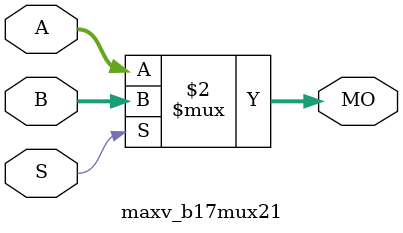
<source format=v>
module maxv_b17mux21 (MO, A, B, S);
   input [16:0] A, B;
   input 	S;
   output [16:0] MO; 
   assign MO = (S == 1) ? B : A; 
endmodule
</source>
